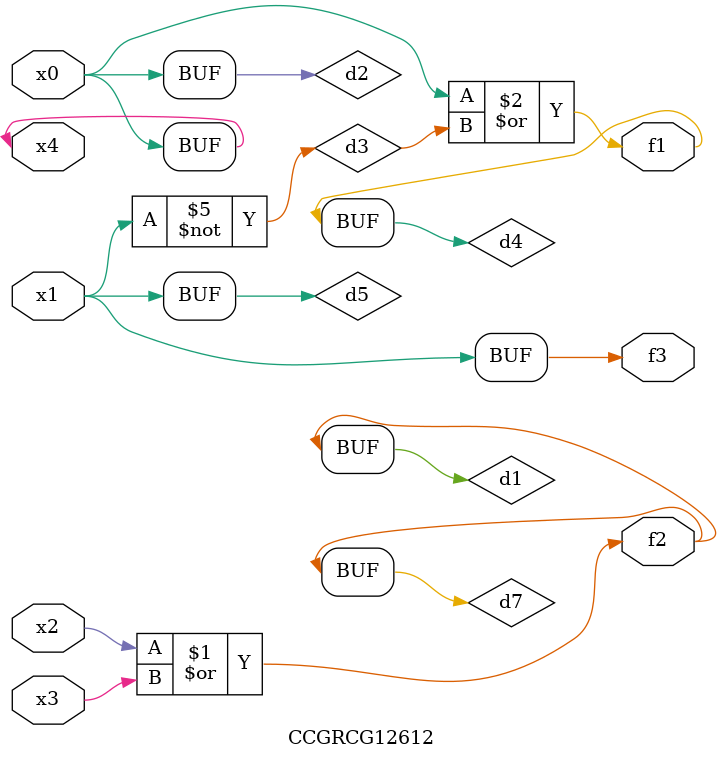
<source format=v>
module CCGRCG12612(
	input x0, x1, x2, x3, x4,
	output f1, f2, f3
);

	wire d1, d2, d3, d4, d5, d6, d7;

	or (d1, x2, x3);
	buf (d2, x0, x4);
	not (d3, x1);
	or (d4, d2, d3);
	not (d5, d3);
	nand (d6, d1, d3);
	or (d7, d1);
	assign f1 = d4;
	assign f2 = d7;
	assign f3 = d5;
endmodule

</source>
